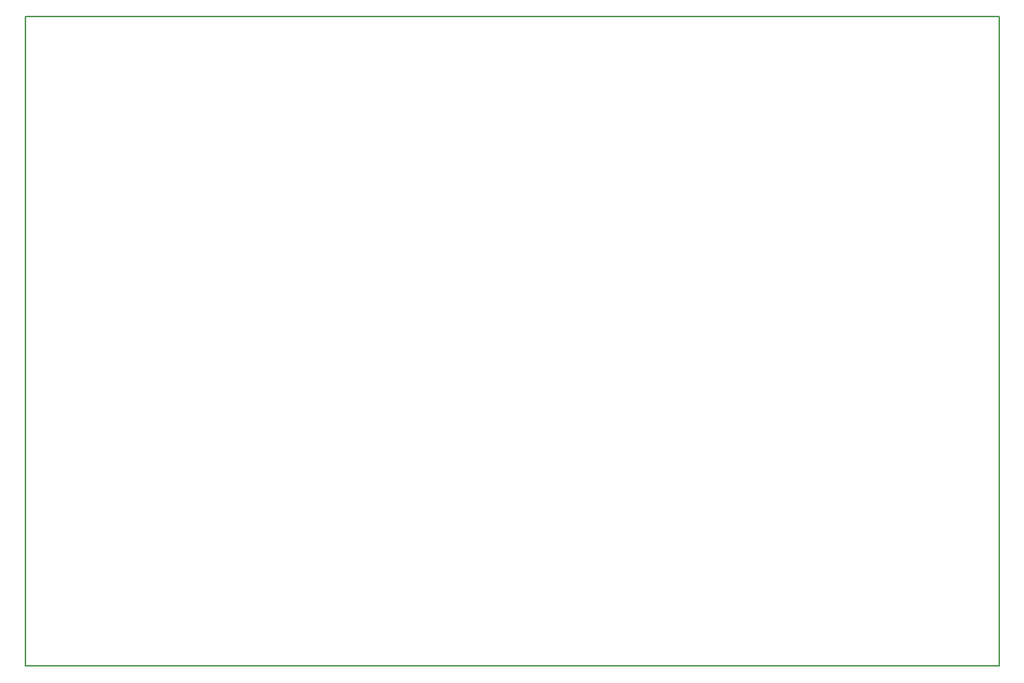
<source format=gbr>
%TF.GenerationSoftware,KiCad,Pcbnew,(6.0.4)*%
%TF.CreationDate,2022-04-23T23:35:33+05:30*%
%TF.ProjectId,led_20w,6c65645f-3230-4772-9e6b-696361645f70,rev?*%
%TF.SameCoordinates,Original*%
%TF.FileFunction,Profile,NP*%
%FSLAX46Y46*%
G04 Gerber Fmt 4.6, Leading zero omitted, Abs format (unit mm)*
G04 Created by KiCad (PCBNEW (6.0.4)) date 2022-04-23 23:35:33*
%MOMM*%
%LPD*%
G01*
G04 APERTURE LIST*
%TA.AperFunction,Profile*%
%ADD10C,0.200000*%
%TD*%
G04 APERTURE END LIST*
D10*
X74366000Y-41402000D02*
X194366000Y-41402000D01*
X194366000Y-41402000D02*
X194366000Y-121402000D01*
X194366000Y-121402000D02*
X74366000Y-121402000D01*
X74366000Y-121402000D02*
X74366000Y-41402000D01*
M02*

</source>
